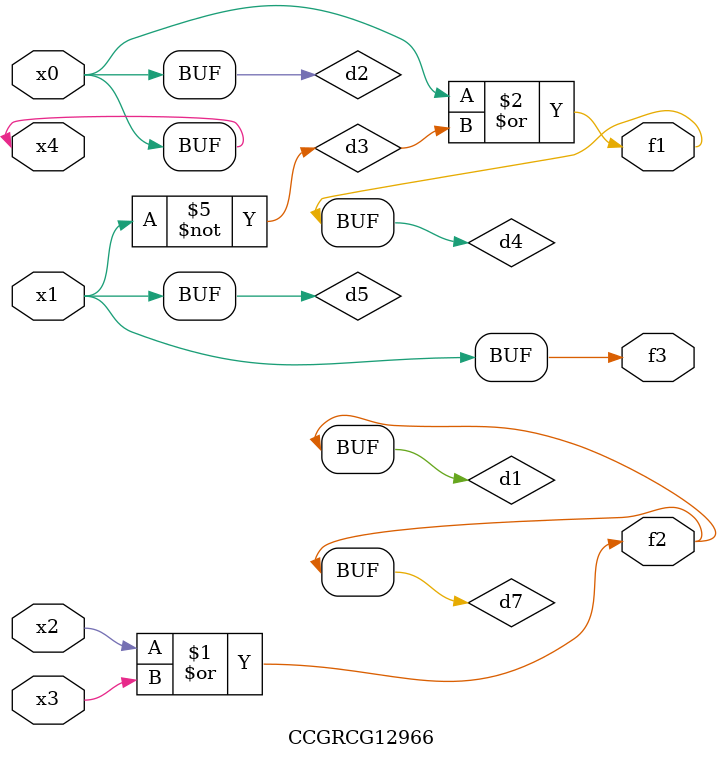
<source format=v>
module CCGRCG12966(
	input x0, x1, x2, x3, x4,
	output f1, f2, f3
);

	wire d1, d2, d3, d4, d5, d6, d7;

	or (d1, x2, x3);
	buf (d2, x0, x4);
	not (d3, x1);
	or (d4, d2, d3);
	not (d5, d3);
	nand (d6, d1, d3);
	or (d7, d1);
	assign f1 = d4;
	assign f2 = d7;
	assign f3 = d5;
endmodule

</source>
